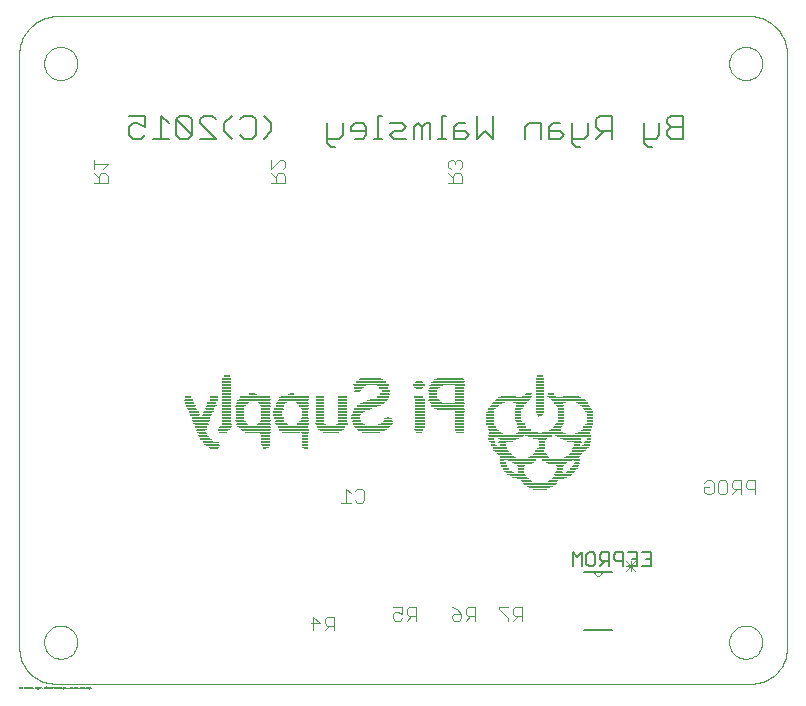
<source format=gbo>
G04 EAGLE Gerber RS-274X export*
G75*
%MOIN*%
%FSLAX34Y34*%
%LPD*%
%INBottom silk*%
%IPPOS*%
%AMOC8*
5,1,8,0,0,1.08239X$1,22.5*%
G01*
%ADD10C,0.000000*%
%ADD11C,0.007000*%
%ADD12C,0.004000*%
%ADD13R,0.046600X0.003330*%
%ADD14R,0.063300X0.003340*%
%ADD15R,0.070000X0.003330*%
%ADD16R,0.086600X0.003330*%
%ADD17R,0.096700X0.003340*%
%ADD18R,0.106600X0.003330*%
%ADD19R,0.113400X0.003330*%
%ADD20R,0.033300X0.003340*%
%ADD21R,0.040000X0.003340*%
%ADD22R,0.030000X0.003330*%
%ADD23R,0.033300X0.003330*%
%ADD24R,0.030000X0.003340*%
%ADD25R,0.033400X0.003340*%
%ADD26R,0.040000X0.003330*%
%ADD27R,0.046700X0.003330*%
%ADD28R,0.050000X0.003330*%
%ADD29R,0.050000X0.003340*%
%ADD30R,0.053300X0.003330*%
%ADD31R,0.056700X0.003330*%
%ADD32R,0.060000X0.003340*%
%ADD33R,0.026600X0.003330*%
%ADD34R,0.026700X0.003330*%
%ADD35R,0.023300X0.003330*%
%ADD36R,0.020000X0.003330*%
%ADD37R,0.023400X0.003330*%
%ADD38R,0.023300X0.003340*%
%ADD39R,0.020000X0.003340*%
%ADD40R,0.023400X0.003340*%
%ADD41R,0.016700X0.003330*%
%ADD42R,0.016700X0.003340*%
%ADD43R,0.043300X0.003340*%
%ADD44R,0.060000X0.003330*%
%ADD45R,0.016600X0.003330*%
%ADD46R,0.073300X0.003330*%
%ADD47R,0.016600X0.003340*%
%ADD48R,0.083300X0.003340*%
%ADD49R,0.080000X0.003340*%
%ADD50R,0.096700X0.003330*%
%ADD51R,0.093400X0.003330*%
%ADD52R,0.126600X0.003330*%
%ADD53R,0.123300X0.003330*%
%ADD54R,0.133300X0.003340*%
%ADD55R,0.130000X0.003340*%
%ADD56R,0.063300X0.003330*%
%ADD57R,0.056700X0.003340*%
%ADD58R,0.043400X0.003330*%
%ADD59R,0.043400X0.003340*%
%ADD60R,0.046700X0.003340*%
%ADD61R,0.043300X0.003330*%
%ADD62R,0.013400X0.003330*%
%ADD63R,0.010000X0.003330*%
%ADD64R,0.026700X0.003340*%
%ADD65R,0.053300X0.003340*%
%ADD66R,0.013300X0.003330*%
%ADD67R,0.036600X0.003330*%
%ADD68R,0.046600X0.003340*%
%ADD69R,0.036700X0.003340*%
%ADD70R,0.056600X0.003330*%
%ADD71R,0.036700X0.003330*%
%ADD72R,0.110000X0.003340*%
%ADD73R,0.070000X0.003340*%
%ADD74R,0.086700X0.003340*%
%ADD75R,0.113300X0.003330*%
%ADD76R,0.080000X0.003330*%
%ADD77R,0.033400X0.003330*%
%ADD78R,0.116700X0.003330*%
%ADD79R,0.090000X0.003330*%
%ADD80R,0.180000X0.003340*%
%ADD81R,0.166700X0.003330*%
%ADD82R,0.066600X0.003330*%
%ADD83R,0.093300X0.003340*%
%ADD84R,0.076600X0.003330*%
%ADD85R,0.096600X0.003330*%
%ADD86R,0.100000X0.003330*%
%ADD87R,0.083400X0.003330*%
%ADD88R,0.026600X0.003340*%
%ADD89R,0.106600X0.003340*%
%ADD90R,0.090000X0.003340*%
%ADD91R,0.100000X0.003340*%
%ADD92R,0.103300X0.003340*%
%ADD93R,0.093300X0.003330*%
%ADD94R,0.103300X0.003330*%
%ADD95R,0.110000X0.003330*%
%ADD96R,0.053400X0.003330*%
%ADD97R,0.003400X0.003330*%
%ADD98R,0.003300X0.003340*%
%ADD99R,0.066700X0.003340*%
%ADD100R,0.106700X0.003340*%
%ADD101R,0.056600X0.003340*%
%ADD102R,0.066700X0.003330*%
%ADD103R,0.076700X0.003330*%
%ADD104R,0.113300X0.003340*%
%ADD105R,0.036600X0.003340*%
%ADD106R,0.113400X0.003340*%
%ADD107R,0.106700X0.003330*%
%ADD108R,0.006700X0.003340*%
%ADD109R,0.083300X0.003330*%
%ADD110R,0.010000X0.003340*%
%ADD111C,0.001000*%
%ADD112C,0.006000*%
%ADD113C,0.003000*%
%ADD114C,0.005000*%


D10*
X1181Y0D02*
X24409Y0D01*
X25591Y1181D02*
X25591Y20866D01*
X24409Y22244D02*
X1181Y22244D01*
X0Y20866D02*
X0Y1181D01*
X2Y1115D01*
X7Y1049D01*
X17Y983D01*
X30Y918D01*
X46Y854D01*
X66Y791D01*
X90Y729D01*
X117Y669D01*
X147Y610D01*
X181Y553D01*
X218Y498D01*
X258Y445D01*
X300Y394D01*
X346Y346D01*
X394Y300D01*
X445Y258D01*
X498Y218D01*
X553Y181D01*
X610Y147D01*
X669Y117D01*
X729Y90D01*
X791Y66D01*
X854Y46D01*
X918Y30D01*
X983Y17D01*
X1049Y7D01*
X1115Y2D01*
X1181Y0D01*
X24409Y0D02*
X24475Y2D01*
X24541Y7D01*
X24607Y17D01*
X24672Y30D01*
X24736Y46D01*
X24799Y66D01*
X24861Y90D01*
X24921Y117D01*
X24980Y147D01*
X25037Y181D01*
X25092Y218D01*
X25145Y258D01*
X25196Y300D01*
X25244Y346D01*
X25290Y394D01*
X25332Y445D01*
X25372Y498D01*
X25409Y553D01*
X25443Y610D01*
X25473Y669D01*
X25500Y729D01*
X25524Y791D01*
X25544Y854D01*
X25560Y918D01*
X25573Y983D01*
X25583Y1049D01*
X25588Y1115D01*
X25590Y1181D01*
X25590Y20867D02*
X25594Y20936D01*
X25593Y21005D01*
X25589Y21075D01*
X25581Y21144D01*
X25570Y21212D01*
X25555Y21280D01*
X25536Y21347D01*
X25513Y21413D01*
X25487Y21477D01*
X25458Y21540D01*
X25425Y21601D01*
X25389Y21661D01*
X25350Y21718D01*
X25307Y21773D01*
X25262Y21826D01*
X25214Y21876D01*
X25163Y21924D01*
X25110Y21969D01*
X25055Y22010D01*
X24997Y22049D01*
X24937Y22085D01*
X24876Y22117D01*
X24813Y22146D01*
X24748Y22171D01*
X24682Y22193D01*
X24615Y22211D01*
X24547Y22226D01*
X24479Y22237D01*
X24409Y22244D01*
X1182Y22244D02*
X1112Y22237D01*
X1044Y22226D01*
X976Y22211D01*
X909Y22193D01*
X843Y22171D01*
X778Y22146D01*
X715Y22117D01*
X654Y22085D01*
X594Y22049D01*
X536Y22010D01*
X481Y21969D01*
X428Y21924D01*
X377Y21876D01*
X329Y21826D01*
X284Y21773D01*
X241Y21718D01*
X202Y21661D01*
X166Y21601D01*
X133Y21540D01*
X104Y21477D01*
X78Y21413D01*
X55Y21347D01*
X36Y21280D01*
X21Y21212D01*
X10Y21144D01*
X2Y21075D01*
X-2Y21005D01*
X-3Y20936D01*
X1Y20867D01*
D11*
X22131Y18936D02*
X22131Y18145D01*
X22131Y18936D02*
X21735Y18936D01*
X21604Y18804D01*
X21604Y18672D01*
X21735Y18541D01*
X21604Y18409D01*
X21604Y18277D01*
X21735Y18145D01*
X22131Y18145D01*
X22131Y18541D02*
X21735Y18541D01*
X21339Y18672D02*
X21339Y18277D01*
X21207Y18145D01*
X20812Y18145D01*
X20812Y18013D02*
X20812Y18672D01*
X20812Y18013D02*
X20944Y17882D01*
X21075Y17882D01*
X19755Y18145D02*
X19755Y18936D01*
X19360Y18936D01*
X19228Y18804D01*
X19228Y18541D01*
X19360Y18409D01*
X19755Y18409D01*
X19492Y18409D02*
X19228Y18145D01*
X18963Y18277D02*
X18963Y18672D01*
X18963Y18277D02*
X18832Y18145D01*
X18436Y18145D01*
X18436Y18013D02*
X18436Y18672D01*
X18436Y18013D02*
X18568Y17882D01*
X18700Y17882D01*
X18040Y18672D02*
X17776Y18672D01*
X17644Y18541D01*
X17644Y18145D01*
X18040Y18145D01*
X18171Y18277D01*
X18040Y18409D01*
X17644Y18409D01*
X17380Y18672D02*
X17380Y18145D01*
X17380Y18672D02*
X16984Y18672D01*
X16852Y18541D01*
X16852Y18145D01*
X15796Y18145D02*
X15796Y18936D01*
X15532Y18409D02*
X15796Y18145D01*
X15532Y18409D02*
X15269Y18145D01*
X15269Y18936D01*
X14872Y18672D02*
X14609Y18672D01*
X14477Y18541D01*
X14477Y18145D01*
X14872Y18145D01*
X15004Y18277D01*
X14872Y18409D01*
X14477Y18409D01*
X14212Y18936D02*
X14080Y18936D01*
X14080Y18145D01*
X14212Y18145D02*
X13948Y18145D01*
X13684Y18145D02*
X13684Y18672D01*
X13552Y18672D01*
X13421Y18541D01*
X13421Y18145D01*
X13421Y18541D02*
X13289Y18672D01*
X13157Y18541D01*
X13157Y18145D01*
X12892Y18145D02*
X12497Y18145D01*
X12365Y18277D01*
X12497Y18409D01*
X12760Y18409D01*
X12892Y18541D01*
X12760Y18672D01*
X12365Y18672D01*
X12100Y18936D02*
X11969Y18936D01*
X11969Y18145D01*
X12100Y18145D02*
X11837Y18145D01*
X11441Y18145D02*
X11177Y18145D01*
X11441Y18145D02*
X11572Y18277D01*
X11572Y18541D01*
X11441Y18672D01*
X11177Y18672D01*
X11045Y18541D01*
X11045Y18409D01*
X11572Y18409D01*
X10781Y18277D02*
X10781Y18672D01*
X10781Y18277D02*
X10649Y18145D01*
X10253Y18145D01*
X10253Y18013D02*
X10253Y18672D01*
X10253Y18013D02*
X10385Y17882D01*
X10517Y17882D01*
X8405Y18409D02*
X8141Y18145D01*
X8405Y18409D02*
X8405Y18672D01*
X8141Y18936D01*
X7482Y18936D02*
X7350Y18804D01*
X7482Y18936D02*
X7745Y18936D01*
X7877Y18804D01*
X7877Y18277D01*
X7745Y18145D01*
X7482Y18145D01*
X7350Y18277D01*
X7085Y18145D02*
X6822Y18409D01*
X6822Y18672D01*
X7085Y18936D01*
X6557Y18145D02*
X6030Y18145D01*
X6557Y18145D02*
X6030Y18672D01*
X6030Y18804D01*
X6162Y18936D01*
X6425Y18936D01*
X6557Y18804D01*
X5765Y18804D02*
X5765Y18277D01*
X5765Y18804D02*
X5634Y18936D01*
X5370Y18936D01*
X5238Y18804D01*
X5238Y18277D01*
X5370Y18145D01*
X5634Y18145D01*
X5765Y18277D01*
X5238Y18804D01*
X4974Y18672D02*
X4710Y18936D01*
X4710Y18145D01*
X4974Y18145D02*
X4446Y18145D01*
X4182Y18936D02*
X3655Y18936D01*
X4182Y18936D02*
X4182Y18541D01*
X3918Y18672D01*
X3786Y18672D01*
X3655Y18541D01*
X3655Y18277D01*
X3786Y18145D01*
X4050Y18145D01*
X4182Y18277D01*
D12*
X24523Y6780D02*
X24523Y6319D01*
X24523Y6780D02*
X24293Y6780D01*
X24216Y6703D01*
X24216Y6549D01*
X24293Y6473D01*
X24523Y6473D01*
X24062Y6319D02*
X24062Y6780D01*
X23832Y6780D01*
X23756Y6703D01*
X23756Y6549D01*
X23832Y6473D01*
X24062Y6473D01*
X23909Y6473D02*
X23756Y6319D01*
X23525Y6780D02*
X23372Y6780D01*
X23525Y6780D02*
X23602Y6703D01*
X23602Y6396D01*
X23525Y6319D01*
X23372Y6319D01*
X23295Y6396D01*
X23295Y6703D01*
X23372Y6780D01*
X22911Y6780D02*
X22835Y6703D01*
X22911Y6780D02*
X23065Y6780D01*
X23142Y6703D01*
X23142Y6396D01*
X23065Y6319D01*
X22911Y6319D01*
X22835Y6396D01*
X22835Y6549D01*
X22988Y6549D01*
D10*
X827Y20669D02*
X829Y20716D01*
X835Y20762D01*
X845Y20808D01*
X858Y20853D01*
X876Y20896D01*
X897Y20938D01*
X921Y20978D01*
X949Y21015D01*
X980Y21050D01*
X1014Y21083D01*
X1050Y21112D01*
X1089Y21138D01*
X1130Y21161D01*
X1173Y21180D01*
X1217Y21196D01*
X1262Y21208D01*
X1308Y21216D01*
X1355Y21220D01*
X1401Y21220D01*
X1448Y21216D01*
X1494Y21208D01*
X1539Y21196D01*
X1583Y21180D01*
X1626Y21161D01*
X1667Y21138D01*
X1706Y21112D01*
X1742Y21083D01*
X1776Y21050D01*
X1807Y21015D01*
X1835Y20978D01*
X1859Y20938D01*
X1880Y20896D01*
X1898Y20853D01*
X1911Y20808D01*
X1921Y20762D01*
X1927Y20716D01*
X1929Y20669D01*
X1927Y20622D01*
X1921Y20576D01*
X1911Y20530D01*
X1898Y20485D01*
X1880Y20442D01*
X1859Y20400D01*
X1835Y20360D01*
X1807Y20323D01*
X1776Y20288D01*
X1742Y20255D01*
X1706Y20226D01*
X1667Y20200D01*
X1626Y20177D01*
X1583Y20158D01*
X1539Y20142D01*
X1494Y20130D01*
X1448Y20122D01*
X1401Y20118D01*
X1355Y20118D01*
X1308Y20122D01*
X1262Y20130D01*
X1217Y20142D01*
X1173Y20158D01*
X1130Y20177D01*
X1089Y20200D01*
X1050Y20226D01*
X1014Y20255D01*
X980Y20288D01*
X949Y20323D01*
X921Y20360D01*
X897Y20400D01*
X876Y20442D01*
X858Y20485D01*
X845Y20530D01*
X835Y20576D01*
X829Y20622D01*
X827Y20669D01*
X23662Y20669D02*
X23664Y20716D01*
X23670Y20762D01*
X23680Y20808D01*
X23693Y20853D01*
X23711Y20896D01*
X23732Y20938D01*
X23756Y20978D01*
X23784Y21015D01*
X23815Y21050D01*
X23849Y21083D01*
X23885Y21112D01*
X23924Y21138D01*
X23965Y21161D01*
X24008Y21180D01*
X24052Y21196D01*
X24097Y21208D01*
X24143Y21216D01*
X24190Y21220D01*
X24236Y21220D01*
X24283Y21216D01*
X24329Y21208D01*
X24374Y21196D01*
X24418Y21180D01*
X24461Y21161D01*
X24502Y21138D01*
X24541Y21112D01*
X24577Y21083D01*
X24611Y21050D01*
X24642Y21015D01*
X24670Y20978D01*
X24694Y20938D01*
X24715Y20896D01*
X24733Y20853D01*
X24746Y20808D01*
X24756Y20762D01*
X24762Y20716D01*
X24764Y20669D01*
X24762Y20622D01*
X24756Y20576D01*
X24746Y20530D01*
X24733Y20485D01*
X24715Y20442D01*
X24694Y20400D01*
X24670Y20360D01*
X24642Y20323D01*
X24611Y20288D01*
X24577Y20255D01*
X24541Y20226D01*
X24502Y20200D01*
X24461Y20177D01*
X24418Y20158D01*
X24374Y20142D01*
X24329Y20130D01*
X24283Y20122D01*
X24236Y20118D01*
X24190Y20118D01*
X24143Y20122D01*
X24097Y20130D01*
X24052Y20142D01*
X24008Y20158D01*
X23965Y20177D01*
X23924Y20200D01*
X23885Y20226D01*
X23849Y20255D01*
X23815Y20288D01*
X23784Y20323D01*
X23756Y20360D01*
X23732Y20400D01*
X23711Y20442D01*
X23693Y20485D01*
X23680Y20530D01*
X23670Y20576D01*
X23664Y20622D01*
X23662Y20669D01*
X827Y1378D02*
X829Y1425D01*
X835Y1471D01*
X845Y1517D01*
X858Y1562D01*
X876Y1605D01*
X897Y1647D01*
X921Y1687D01*
X949Y1724D01*
X980Y1759D01*
X1014Y1792D01*
X1050Y1821D01*
X1089Y1847D01*
X1130Y1870D01*
X1173Y1889D01*
X1217Y1905D01*
X1262Y1917D01*
X1308Y1925D01*
X1355Y1929D01*
X1401Y1929D01*
X1448Y1925D01*
X1494Y1917D01*
X1539Y1905D01*
X1583Y1889D01*
X1626Y1870D01*
X1667Y1847D01*
X1706Y1821D01*
X1742Y1792D01*
X1776Y1759D01*
X1807Y1724D01*
X1835Y1687D01*
X1859Y1647D01*
X1880Y1605D01*
X1898Y1562D01*
X1911Y1517D01*
X1921Y1471D01*
X1927Y1425D01*
X1929Y1378D01*
X1927Y1331D01*
X1921Y1285D01*
X1911Y1239D01*
X1898Y1194D01*
X1880Y1151D01*
X1859Y1109D01*
X1835Y1069D01*
X1807Y1032D01*
X1776Y997D01*
X1742Y964D01*
X1706Y935D01*
X1667Y909D01*
X1626Y886D01*
X1583Y867D01*
X1539Y851D01*
X1494Y839D01*
X1448Y831D01*
X1401Y827D01*
X1355Y827D01*
X1308Y831D01*
X1262Y839D01*
X1217Y851D01*
X1173Y867D01*
X1130Y886D01*
X1089Y909D01*
X1050Y935D01*
X1014Y964D01*
X980Y997D01*
X949Y1032D01*
X921Y1069D01*
X897Y1109D01*
X876Y1151D01*
X858Y1194D01*
X845Y1239D01*
X835Y1285D01*
X829Y1331D01*
X827Y1378D01*
X23662Y1378D02*
X23664Y1425D01*
X23670Y1471D01*
X23680Y1517D01*
X23693Y1562D01*
X23711Y1605D01*
X23732Y1647D01*
X23756Y1687D01*
X23784Y1724D01*
X23815Y1759D01*
X23849Y1792D01*
X23885Y1821D01*
X23924Y1847D01*
X23965Y1870D01*
X24008Y1889D01*
X24052Y1905D01*
X24097Y1917D01*
X24143Y1925D01*
X24190Y1929D01*
X24236Y1929D01*
X24283Y1925D01*
X24329Y1917D01*
X24374Y1905D01*
X24418Y1889D01*
X24461Y1870D01*
X24502Y1847D01*
X24541Y1821D01*
X24577Y1792D01*
X24611Y1759D01*
X24642Y1724D01*
X24670Y1687D01*
X24694Y1647D01*
X24715Y1605D01*
X24733Y1562D01*
X24746Y1517D01*
X24756Y1471D01*
X24762Y1425D01*
X24764Y1378D01*
X24762Y1331D01*
X24756Y1285D01*
X24746Y1239D01*
X24733Y1194D01*
X24715Y1151D01*
X24694Y1109D01*
X24670Y1069D01*
X24642Y1032D01*
X24611Y997D01*
X24577Y964D01*
X24541Y935D01*
X24502Y909D01*
X24461Y886D01*
X24418Y867D01*
X24374Y851D01*
X24329Y839D01*
X24283Y831D01*
X24236Y827D01*
X24190Y827D01*
X24143Y831D01*
X24097Y839D01*
X24052Y851D01*
X24008Y867D01*
X23965Y886D01*
X23924Y909D01*
X23885Y935D01*
X23849Y964D01*
X23815Y997D01*
X23784Y1032D01*
X23756Y1069D01*
X23732Y1109D01*
X23711Y1151D01*
X23693Y1194D01*
X23680Y1239D01*
X23670Y1285D01*
X23664Y1331D01*
X23662Y1378D01*
D13*
X17348Y6466D03*
D14*
X17365Y6499D03*
D15*
X17365Y6533D03*
D16*
X17348Y6566D03*
D17*
X17332Y6599D03*
D18*
X17348Y6633D03*
D19*
X17348Y6666D03*
D20*
X17782Y6699D03*
D21*
X16948Y6699D03*
D22*
X17798Y6733D03*
D23*
X16915Y6733D03*
D22*
X17831Y6766D03*
D23*
X16882Y6766D03*
D24*
X17865Y6799D03*
D25*
X16848Y6799D03*
D26*
X17948Y6833D03*
X16781Y6833D03*
D27*
X18015Y6866D03*
D28*
X16698Y6866D03*
D29*
X18065Y6899D03*
X16665Y6899D03*
D30*
X18115Y6933D03*
X16615Y6933D03*
D31*
X18132Y6966D03*
X16565Y6966D03*
D32*
X18148Y6999D03*
X16548Y6999D03*
D33*
X18348Y7033D03*
D34*
X17982Y7033D03*
D35*
X16732Y7033D03*
D33*
X16348Y7033D03*
D34*
X18382Y7066D03*
D36*
X17981Y7066D03*
D35*
X16732Y7066D03*
D37*
X16298Y7066D03*
D38*
X18432Y7099D03*
D39*
X18015Y7099D03*
D38*
X16732Y7099D03*
X16265Y7099D03*
D35*
X18465Y7133D03*
D36*
X18015Y7133D03*
X16715Y7133D03*
D35*
X16232Y7133D03*
D34*
X18482Y7166D03*
D35*
X18032Y7166D03*
D36*
X16715Y7166D03*
X16215Y7166D03*
D40*
X18498Y7199D03*
D38*
X18032Y7199D03*
D39*
X16715Y7199D03*
X16181Y7199D03*
D35*
X18532Y7233D03*
X18032Y7233D03*
D36*
X16715Y7233D03*
D41*
X16165Y7233D03*
D36*
X18548Y7266D03*
D34*
X18015Y7266D03*
X16715Y7266D03*
D41*
X16165Y7266D03*
D42*
X18565Y7299D03*
D43*
X17932Y7299D03*
D21*
X16748Y7299D03*
D42*
X16132Y7299D03*
D36*
X18581Y7333D03*
D44*
X17915Y7333D03*
X16781Y7333D03*
D36*
X16115Y7333D03*
D45*
X18598Y7366D03*
D15*
X17931Y7366D03*
D46*
X16782Y7366D03*
D36*
X16115Y7366D03*
D47*
X18598Y7399D03*
D48*
X17932Y7399D03*
D49*
X16781Y7399D03*
D47*
X16098Y7399D03*
D36*
X18581Y7433D03*
D50*
X17932Y7433D03*
D51*
X16748Y7433D03*
D45*
X16098Y7433D03*
D52*
X18048Y7466D03*
D53*
X16632Y7466D03*
D54*
X18015Y7499D03*
D55*
X16665Y7499D03*
D28*
X18431Y7533D03*
D15*
X17331Y7533D03*
D30*
X16282Y7533D03*
D13*
X18448Y7566D03*
D56*
X17332Y7566D03*
D13*
X16248Y7566D03*
D43*
X18465Y7599D03*
D57*
X17332Y7599D03*
D43*
X16232Y7599D03*
D26*
X18515Y7633D03*
D13*
X17348Y7633D03*
D58*
X16198Y7633D03*
D26*
X18548Y7666D03*
X17348Y7666D03*
D13*
X16148Y7666D03*
D59*
X18598Y7699D03*
D25*
X17348Y7699D03*
D60*
X16115Y7699D03*
D61*
X18632Y7733D03*
D22*
X17365Y7733D03*
D27*
X16082Y7733D03*
D13*
X18648Y7766D03*
D22*
X17365Y7766D03*
D28*
X16065Y7766D03*
D60*
X18682Y7799D03*
D38*
X17365Y7799D03*
D29*
X16031Y7799D03*
D28*
X18698Y7833D03*
D37*
X17398Y7833D03*
D27*
X16015Y7833D03*
D62*
X9548Y7833D03*
D63*
X8198Y7833D03*
D34*
X6482Y7833D03*
D30*
X18715Y7866D03*
D36*
X17415Y7866D03*
D27*
X16015Y7866D03*
D41*
X9532Y7866D03*
D36*
X8215Y7866D03*
D23*
X6482Y7866D03*
D38*
X18865Y7899D03*
D64*
X18582Y7899D03*
D38*
X17432Y7899D03*
X16132Y7899D03*
D39*
X15848Y7899D03*
D38*
X9532Y7899D03*
D64*
X8215Y7899D03*
D21*
X6481Y7899D03*
D37*
X18898Y7933D03*
D36*
X18581Y7933D03*
D35*
X17432Y7933D03*
X16132Y7933D03*
D36*
X15815Y7933D03*
D35*
X9532Y7933D03*
D34*
X8215Y7933D03*
D13*
X6448Y7933D03*
D36*
X18915Y7966D03*
X18581Y7966D03*
D35*
X17432Y7966D03*
D36*
X16115Y7966D03*
D45*
X15798Y7966D03*
D35*
X9532Y7966D03*
D22*
X8231Y7966D03*
D28*
X6431Y7966D03*
D39*
X18915Y7999D03*
X18615Y7999D03*
D38*
X17432Y7999D03*
D39*
X16115Y7999D03*
D47*
X15798Y7999D03*
D38*
X9532Y7999D03*
D24*
X8231Y7999D03*
D65*
X6415Y7999D03*
D41*
X18932Y8033D03*
D34*
X18615Y8033D03*
D35*
X17432Y8033D03*
D37*
X16098Y8033D03*
D66*
X15782Y8033D03*
D35*
X9532Y8033D03*
D22*
X8231Y8033D03*
D30*
X6382Y8033D03*
D36*
X18948Y8066D03*
D58*
X18498Y8066D03*
D35*
X17432Y8066D03*
D27*
X16215Y8066D03*
D41*
X15765Y8066D03*
D35*
X9532Y8066D03*
D22*
X8231Y8066D03*
D67*
X6298Y8066D03*
D42*
X18965Y8099D03*
D29*
X18465Y8099D03*
D38*
X17432Y8099D03*
D68*
X16248Y8099D03*
D42*
X15765Y8099D03*
D38*
X9532Y8099D03*
D24*
X8231Y8099D03*
D69*
X6265Y8099D03*
D66*
X18982Y8133D03*
D44*
X18415Y8133D03*
D34*
X17415Y8133D03*
D70*
X16298Y8133D03*
D41*
X15732Y8133D03*
D35*
X9532Y8133D03*
D22*
X8231Y8133D03*
D71*
X6232Y8133D03*
D66*
X18982Y8166D03*
D15*
X18398Y8166D03*
D13*
X17348Y8166D03*
D15*
X16331Y8166D03*
D41*
X15732Y8166D03*
D35*
X9532Y8166D03*
D22*
X8231Y8166D03*
D67*
X6198Y8166D03*
D72*
X18498Y8199D03*
D73*
X17365Y8199D03*
D74*
X16315Y8199D03*
D42*
X15732Y8199D03*
D38*
X9532Y8199D03*
D24*
X8231Y8199D03*
D20*
X6182Y8199D03*
D75*
X18482Y8233D03*
D76*
X17348Y8233D03*
D75*
X16215Y8233D03*
D35*
X9532Y8233D03*
D22*
X8231Y8233D03*
D77*
X6148Y8233D03*
D78*
X18465Y8266D03*
D79*
X17331Y8266D03*
D78*
X16232Y8266D03*
D35*
X9532Y8266D03*
D22*
X8231Y8266D03*
X6131Y8266D03*
D65*
X18782Y8299D03*
D80*
X17381Y8299D03*
D29*
X15898Y8299D03*
D38*
X9532Y8299D03*
D24*
X8231Y8299D03*
D64*
X6115Y8299D03*
D28*
X18798Y8333D03*
D81*
X17382Y8333D03*
D27*
X15882Y8333D03*
D35*
X9532Y8333D03*
D67*
X8198Y8333D03*
D34*
X6115Y8333D03*
D61*
X18832Y8366D03*
D15*
X17798Y8366D03*
D82*
X16948Y8366D03*
D61*
X15865Y8366D03*
D37*
X14698Y8366D03*
D35*
X13332Y8366D03*
D56*
X11732Y8366D03*
D70*
X10398Y8366D03*
D34*
X9515Y8366D03*
D31*
X9065Y8366D03*
D16*
X7948Y8366D03*
D34*
X6782Y8366D03*
D22*
X6098Y8366D03*
D21*
X18848Y8399D03*
D68*
X17848Y8399D03*
D60*
X16882Y8399D03*
D69*
X15832Y8399D03*
D24*
X14698Y8399D03*
D38*
X13332Y8399D03*
D49*
X11748Y8399D03*
D73*
X10398Y8399D03*
D83*
X9182Y8399D03*
X7915Y8399D03*
D20*
X6782Y8399D03*
D24*
X6065Y8399D03*
D23*
X18882Y8433D03*
D26*
X17848Y8433D03*
D61*
X16865Y8433D03*
D23*
X15815Y8433D03*
D22*
X14698Y8433D03*
D34*
X13315Y8433D03*
D79*
X11765Y8433D03*
D84*
X10398Y8433D03*
D50*
X9165Y8433D03*
D85*
X7898Y8433D03*
D67*
X6798Y8433D03*
D22*
X6065Y8433D03*
D34*
X18915Y8466D03*
D23*
X17882Y8466D03*
D26*
X16848Y8466D03*
D22*
X15798Y8466D03*
X14698Y8466D03*
X13331Y8466D03*
D86*
X11748Y8466D03*
D87*
X10398Y8466D03*
D86*
X9148Y8466D03*
X7881Y8466D03*
D26*
X6815Y8466D03*
D23*
X6082Y8466D03*
D88*
X18948Y8499D03*
D24*
X17898Y8499D03*
X16798Y8499D03*
D64*
X15782Y8499D03*
D24*
X14698Y8499D03*
D25*
X13348Y8499D03*
D89*
X11748Y8499D03*
D90*
X10398Y8499D03*
D91*
X9148Y8499D03*
D92*
X7865Y8499D03*
D43*
X6832Y8499D03*
D20*
X6082Y8499D03*
D22*
X18965Y8533D03*
D34*
X17915Y8533D03*
D22*
X16765Y8533D03*
D33*
X15748Y8533D03*
D22*
X14698Y8533D03*
D77*
X13348Y8533D03*
D19*
X11748Y8533D03*
D93*
X10382Y8533D03*
D94*
X9132Y8533D03*
D18*
X7848Y8533D03*
D26*
X6848Y8533D03*
D71*
X6065Y8533D03*
D22*
X18965Y8566D03*
D33*
X17948Y8566D03*
X16748Y8566D03*
X15748Y8566D03*
D22*
X14698Y8566D03*
D77*
X13348Y8566D03*
D78*
X11765Y8566D03*
D85*
X10398Y8566D03*
D94*
X9132Y8566D03*
D95*
X7831Y8566D03*
D26*
X6881Y8566D03*
D71*
X6065Y8566D03*
D64*
X18982Y8599D03*
D38*
X17965Y8599D03*
D64*
X16715Y8599D03*
D38*
X15732Y8599D03*
D24*
X14698Y8599D03*
D25*
X13348Y8599D03*
D29*
X12131Y8599D03*
D60*
X11382Y8599D03*
D69*
X10732Y8599D03*
X10065Y8599D03*
D43*
X9432Y8599D03*
D21*
X8781Y8599D03*
D29*
X8131Y8599D03*
D43*
X7465Y8599D03*
D20*
X6915Y8599D03*
D43*
X6065Y8599D03*
D37*
X18998Y8633D03*
D34*
X17982Y8633D03*
X16715Y8633D03*
D37*
X15698Y8633D03*
D22*
X14698Y8633D03*
D77*
X13348Y8633D03*
D58*
X12198Y8633D03*
D71*
X11332Y8633D03*
X10765Y8633D03*
D77*
X10048Y8633D03*
D26*
X9448Y8633D03*
D71*
X8765Y8633D03*
D13*
X8148Y8633D03*
D71*
X7432Y8633D03*
D23*
X6915Y8633D03*
D27*
X6082Y8633D03*
D35*
X19032Y8666D03*
D34*
X18015Y8666D03*
X16715Y8666D03*
D37*
X15698Y8666D03*
D22*
X14698Y8666D03*
D77*
X13348Y8666D03*
D26*
X12248Y8666D03*
D67*
X11298Y8666D03*
D23*
X10782Y8666D03*
D22*
X10031Y8666D03*
D71*
X9465Y8666D03*
X8732Y8666D03*
D61*
X8165Y8666D03*
D23*
X7415Y8666D03*
D22*
X6931Y8666D03*
D28*
X6065Y8666D03*
D38*
X19032Y8699D03*
X18032Y8699D03*
D40*
X16698Y8699D03*
D64*
X15682Y8699D03*
D24*
X14698Y8699D03*
D25*
X13348Y8699D03*
D69*
X12265Y8699D03*
D20*
X11282Y8699D03*
D24*
X10798Y8699D03*
D64*
X10015Y8699D03*
D20*
X9482Y8699D03*
X8715Y8699D03*
D21*
X8181Y8699D03*
D20*
X7382Y8699D03*
D24*
X6931Y8699D03*
D29*
X6065Y8699D03*
D35*
X19032Y8733D03*
D36*
X18048Y8733D03*
D35*
X16665Y8733D03*
D34*
X15682Y8733D03*
D22*
X14698Y8733D03*
D77*
X13348Y8733D03*
D23*
X12282Y8733D03*
D22*
X11265Y8733D03*
X10798Y8733D03*
D34*
X10015Y8733D03*
D22*
X9498Y8733D03*
X8698Y8733D03*
D67*
X8198Y8733D03*
D23*
X7382Y8733D03*
D22*
X6931Y8733D03*
D96*
X6048Y8733D03*
D35*
X19032Y8766D03*
D36*
X18048Y8766D03*
D35*
X16632Y8766D03*
D34*
X15682Y8766D03*
D22*
X14698Y8766D03*
D77*
X13348Y8766D03*
D34*
X12282Y8766D03*
D33*
X11248Y8766D03*
D22*
X10798Y8766D03*
D34*
X10015Y8766D03*
X9515Y8766D03*
X8682Y8766D03*
D23*
X8215Y8766D03*
D22*
X7365Y8766D03*
X6931Y8766D03*
D31*
X6065Y8766D03*
D38*
X19032Y8799D03*
X18065Y8799D03*
X16632Y8799D03*
D64*
X15682Y8799D03*
D24*
X14698Y8799D03*
D25*
X13348Y8799D03*
D64*
X12282Y8799D03*
D88*
X11248Y8799D03*
D24*
X10798Y8799D03*
D64*
X10015Y8799D03*
X9515Y8799D03*
D24*
X8665Y8799D03*
X8231Y8799D03*
D88*
X7348Y8799D03*
D24*
X6931Y8799D03*
D57*
X6065Y8799D03*
D35*
X19032Y8833D03*
X18065Y8833D03*
X16632Y8833D03*
D34*
X15682Y8833D03*
D22*
X14698Y8833D03*
D77*
X13348Y8833D03*
D37*
X12298Y8833D03*
D22*
X11231Y8833D03*
X10798Y8833D03*
D34*
X10015Y8833D03*
X9515Y8833D03*
D77*
X8648Y8833D03*
D22*
X8231Y8833D03*
D33*
X7348Y8833D03*
D22*
X6931Y8833D03*
D56*
X6065Y8833D03*
D35*
X19032Y8866D03*
X18065Y8866D03*
D36*
X16615Y8866D03*
D34*
X15682Y8866D03*
D22*
X14698Y8866D03*
D77*
X13348Y8866D03*
D97*
X12298Y8866D03*
D22*
X11231Y8866D03*
X10798Y8866D03*
D34*
X10015Y8866D03*
D35*
X9532Y8866D03*
D77*
X8648Y8866D03*
D22*
X8231Y8866D03*
D33*
X7348Y8866D03*
D22*
X6931Y8866D03*
D56*
X6065Y8866D03*
D38*
X19032Y8899D03*
X18065Y8899D03*
D98*
X17332Y8899D03*
D39*
X16615Y8899D03*
D64*
X15682Y8899D03*
D24*
X14698Y8899D03*
D25*
X13348Y8899D03*
D24*
X11231Y8899D03*
X10798Y8899D03*
D64*
X10015Y8899D03*
D38*
X9532Y8899D03*
D25*
X8648Y8899D03*
D24*
X8231Y8899D03*
D88*
X7348Y8899D03*
D24*
X6931Y8899D03*
D99*
X6082Y8899D03*
D35*
X19032Y8933D03*
X18065Y8933D03*
D62*
X17348Y8933D03*
D36*
X16615Y8933D03*
D34*
X15682Y8933D03*
D22*
X14698Y8933D03*
D77*
X13348Y8933D03*
D22*
X11231Y8933D03*
X10798Y8933D03*
D34*
X10015Y8933D03*
D35*
X9532Y8933D03*
D22*
X8631Y8933D03*
X8231Y8933D03*
D33*
X7348Y8933D03*
D22*
X6931Y8933D03*
X6265Y8933D03*
X5865Y8933D03*
D35*
X19032Y8966D03*
X18065Y8966D03*
D36*
X17348Y8966D03*
X16615Y8966D03*
D34*
X15682Y8966D03*
D22*
X14698Y8966D03*
D77*
X13348Y8966D03*
D22*
X11265Y8966D03*
X10798Y8966D03*
D34*
X10015Y8966D03*
D35*
X9532Y8966D03*
D22*
X8631Y8966D03*
X8231Y8966D03*
D33*
X7348Y8966D03*
D22*
X6931Y8966D03*
X6298Y8966D03*
D77*
X5848Y8966D03*
D38*
X19032Y8999D03*
X18065Y8999D03*
D39*
X17348Y8999D03*
X16615Y8999D03*
D64*
X15682Y8999D03*
D24*
X14698Y8999D03*
D25*
X13348Y8999D03*
D20*
X11282Y8999D03*
D24*
X10798Y8999D03*
D64*
X10015Y8999D03*
D38*
X9532Y8999D03*
D24*
X8631Y8999D03*
X8231Y8999D03*
D88*
X7348Y8999D03*
D24*
X6931Y8999D03*
X6298Y8999D03*
X5831Y8999D03*
D35*
X19032Y9033D03*
X18065Y9033D03*
D33*
X17348Y9033D03*
D36*
X16615Y9033D03*
D37*
X15698Y9033D03*
D22*
X14698Y9033D03*
D77*
X13348Y9033D03*
D67*
X11298Y9033D03*
D22*
X10798Y9033D03*
D34*
X10015Y9033D03*
D35*
X9532Y9033D03*
D22*
X8631Y9033D03*
X8231Y9033D03*
D33*
X7348Y9033D03*
D22*
X6931Y9033D03*
X6298Y9033D03*
D23*
X5815Y9033D03*
D37*
X18998Y9066D03*
D35*
X18065Y9066D03*
D33*
X17348Y9066D03*
D35*
X16632Y9066D03*
D36*
X15715Y9066D03*
D23*
X14682Y9066D03*
D77*
X13348Y9066D03*
D26*
X11315Y9066D03*
D22*
X10798Y9066D03*
D34*
X10015Y9066D03*
D35*
X9532Y9066D03*
D22*
X8631Y9066D03*
X8231Y9066D03*
D33*
X7348Y9066D03*
D22*
X6931Y9066D03*
D23*
X6315Y9066D03*
X5815Y9066D03*
D64*
X18982Y9099D03*
D38*
X18065Y9099D03*
D88*
X17348Y9099D03*
D38*
X16632Y9099D03*
X15732Y9099D03*
D48*
X14432Y9099D03*
D25*
X13348Y9099D03*
D21*
X11348Y9099D03*
D24*
X10798Y9099D03*
D64*
X10015Y9099D03*
D38*
X9532Y9099D03*
D24*
X8631Y9099D03*
X8231Y9099D03*
D88*
X7348Y9099D03*
D24*
X6931Y9099D03*
X6331Y9099D03*
X5798Y9099D03*
D33*
X18948Y9133D03*
D35*
X18065Y9133D03*
D33*
X17348Y9133D03*
D35*
X16632Y9133D03*
X15732Y9133D03*
D93*
X14382Y9133D03*
D77*
X13348Y9133D03*
D30*
X11415Y9133D03*
D22*
X10798Y9133D03*
D34*
X10015Y9133D03*
D35*
X9532Y9133D03*
D77*
X8648Y9133D03*
D22*
X8231Y9133D03*
D33*
X7348Y9133D03*
D22*
X6931Y9133D03*
D33*
X6348Y9133D03*
D22*
X5798Y9133D03*
D34*
X18915Y9166D03*
D35*
X18065Y9166D03*
D33*
X17348Y9166D03*
X16648Y9166D03*
X15748Y9166D03*
D94*
X14332Y9166D03*
D77*
X13348Y9166D03*
D31*
X11465Y9166D03*
D22*
X10798Y9166D03*
D34*
X10015Y9166D03*
X9515Y9166D03*
D22*
X8665Y9166D03*
X8231Y9166D03*
D33*
X7348Y9166D03*
D22*
X6931Y9166D03*
X6365Y9166D03*
X5765Y9166D03*
D64*
X18915Y9199D03*
D38*
X18032Y9199D03*
D88*
X17348Y9199D03*
X16648Y9199D03*
D64*
X15782Y9199D03*
D100*
X14315Y9199D03*
D25*
X13348Y9199D03*
D101*
X11498Y9199D03*
D24*
X10798Y9199D03*
D64*
X10015Y9199D03*
X9515Y9199D03*
X8682Y9199D03*
D20*
X8215Y9199D03*
D88*
X7348Y9199D03*
D24*
X6931Y9199D03*
D20*
X6382Y9199D03*
D88*
X5748Y9199D03*
D34*
X18882Y9233D03*
D35*
X18032Y9233D03*
D33*
X17348Y9233D03*
D34*
X16682Y9233D03*
X15815Y9233D03*
D95*
X14298Y9233D03*
D77*
X13348Y9233D03*
D102*
X11582Y9233D03*
D22*
X10798Y9233D03*
D34*
X10015Y9233D03*
D22*
X9498Y9233D03*
D34*
X8682Y9233D03*
D23*
X8215Y9233D03*
D22*
X7365Y9233D03*
X6931Y9233D03*
X6398Y9233D03*
X5731Y9233D03*
X18865Y9266D03*
D34*
X18015Y9266D03*
D33*
X17348Y9266D03*
D37*
X16698Y9266D03*
D33*
X15848Y9266D03*
D95*
X14298Y9266D03*
D77*
X13348Y9266D03*
D103*
X11665Y9266D03*
D22*
X10798Y9266D03*
D34*
X10015Y9266D03*
D23*
X9482Y9266D03*
D34*
X8682Y9266D03*
D67*
X8198Y9266D03*
D23*
X7382Y9266D03*
D22*
X6931Y9266D03*
D23*
X6415Y9266D03*
X5715Y9266D03*
D69*
X18832Y9299D03*
D64*
X18015Y9299D03*
D88*
X17348Y9299D03*
D64*
X16715Y9299D03*
D20*
X15882Y9299D03*
D104*
X14282Y9299D03*
D25*
X13348Y9299D03*
D49*
X11715Y9299D03*
D24*
X10798Y9299D03*
D64*
X10015Y9299D03*
D69*
X9465Y9299D03*
D24*
X8698Y9299D03*
D105*
X8198Y9299D03*
D20*
X7415Y9299D03*
D24*
X6931Y9299D03*
D20*
X6415Y9299D03*
X5715Y9299D03*
D67*
X18798Y9333D03*
D22*
X17998Y9333D03*
D33*
X17348Y9333D03*
D23*
X16715Y9333D03*
X15915Y9333D03*
D75*
X14282Y9333D03*
D77*
X13348Y9333D03*
D103*
X11765Y9333D03*
D22*
X10798Y9333D03*
D34*
X10015Y9333D03*
D26*
X9448Y9333D03*
D22*
X8731Y9333D03*
D26*
X8181Y9333D03*
D71*
X7432Y9333D03*
D22*
X6931Y9333D03*
X6431Y9333D03*
X5698Y9333D03*
D26*
X18748Y9366D03*
D61*
X18032Y9366D03*
D33*
X17348Y9366D03*
D58*
X16698Y9366D03*
D26*
X15981Y9366D03*
D22*
X14698Y9366D03*
D26*
X13881Y9366D03*
D77*
X13348Y9366D03*
D46*
X11815Y9366D03*
D22*
X10798Y9366D03*
D34*
X10015Y9366D03*
D61*
X9432Y9366D03*
D77*
X8748Y9366D03*
D61*
X8165Y9366D03*
D26*
X7448Y9366D03*
D22*
X6931Y9366D03*
X6431Y9366D03*
X5698Y9366D03*
D106*
X18348Y9399D03*
D88*
X17348Y9399D03*
D104*
X16382Y9399D03*
D24*
X14698Y9399D03*
D69*
X13865Y9399D03*
D25*
X13348Y9399D03*
D73*
X11865Y9399D03*
D24*
X10798Y9399D03*
D64*
X10015Y9399D03*
D92*
X9132Y9399D03*
D72*
X7831Y9399D03*
D24*
X6931Y9399D03*
X6465Y9399D03*
X5665Y9399D03*
D75*
X18315Y9433D03*
D33*
X17348Y9433D03*
D75*
X16415Y9433D03*
D22*
X14698Y9433D03*
D71*
X13832Y9433D03*
D77*
X13348Y9433D03*
D102*
X11915Y9433D03*
D22*
X10798Y9433D03*
D34*
X10015Y9433D03*
D94*
X9132Y9433D03*
D95*
X7831Y9433D03*
D22*
X6931Y9433D03*
D34*
X6482Y9433D03*
D22*
X5665Y9433D03*
D75*
X18282Y9466D03*
D33*
X17348Y9466D03*
D19*
X16448Y9466D03*
D22*
X14698Y9466D03*
D23*
X13815Y9466D03*
D77*
X13348Y9466D03*
D44*
X11981Y9466D03*
D22*
X10798Y9466D03*
D34*
X10015Y9466D03*
D86*
X9148Y9466D03*
D18*
X7848Y9466D03*
D22*
X6931Y9466D03*
D34*
X6482Y9466D03*
D33*
X5648Y9466D03*
D100*
X18215Y9499D03*
D88*
X17348Y9499D03*
D72*
X16498Y9499D03*
D24*
X14698Y9499D03*
X13798Y9499D03*
D25*
X13348Y9499D03*
D59*
X12098Y9499D03*
D24*
X10798Y9499D03*
D64*
X10015Y9499D03*
D91*
X9148Y9499D03*
D89*
X7848Y9499D03*
D24*
X6931Y9499D03*
D64*
X6482Y9499D03*
D88*
X5648Y9499D03*
D107*
X18182Y9533D03*
D33*
X17348Y9533D03*
D95*
X16531Y9533D03*
D22*
X14698Y9533D03*
D34*
X13782Y9533D03*
D22*
X13331Y9533D03*
D26*
X12115Y9533D03*
D22*
X10798Y9533D03*
D34*
X10015Y9533D03*
D50*
X9165Y9533D03*
D94*
X7865Y9533D03*
D22*
X6931Y9533D03*
D34*
X6482Y9533D03*
D35*
X5632Y9533D03*
D30*
X18382Y9566D03*
D22*
X17765Y9566D03*
D33*
X17348Y9566D03*
D23*
X16915Y9566D03*
D28*
X16331Y9566D03*
D22*
X14698Y9566D03*
D34*
X13782Y9566D03*
D22*
X13331Y9566D03*
D71*
X12132Y9566D03*
D22*
X10798Y9566D03*
D34*
X10015Y9566D03*
D93*
X9182Y9566D03*
D50*
X7865Y9566D03*
D22*
X6931Y9566D03*
D37*
X6498Y9566D03*
D35*
X5632Y9566D03*
D64*
X18382Y9599D03*
D88*
X17748Y9599D03*
X17348Y9599D03*
D24*
X16931Y9599D03*
D64*
X16315Y9599D03*
D24*
X14698Y9599D03*
D64*
X13782Y9599D03*
D38*
X13332Y9599D03*
D25*
X12148Y9599D03*
D40*
X10798Y9599D03*
D39*
X10015Y9599D03*
X9548Y9599D03*
D32*
X9048Y9599D03*
D74*
X7915Y9599D03*
D24*
X6931Y9599D03*
D39*
X6481Y9599D03*
X5615Y9599D03*
D35*
X17732Y9633D03*
D33*
X17348Y9633D03*
D35*
X16965Y9633D03*
D22*
X14698Y9633D03*
D34*
X13782Y9633D03*
D23*
X12182Y9633D03*
D35*
X9065Y9633D03*
D34*
X7782Y9633D03*
D22*
X6931Y9633D03*
D41*
X17732Y9666D03*
D33*
X17348Y9666D03*
D36*
X16981Y9666D03*
D22*
X14698Y9666D03*
D34*
X13782Y9666D03*
D22*
X12198Y9666D03*
D66*
X9082Y9666D03*
D41*
X7765Y9666D03*
D22*
X6931Y9666D03*
D108*
X17715Y9699D03*
D88*
X17348Y9699D03*
D108*
X16982Y9699D03*
D24*
X14698Y9699D03*
D64*
X13782Y9699D03*
X12215Y9699D03*
D24*
X6931Y9699D03*
D33*
X17348Y9733D03*
D22*
X14698Y9733D03*
D34*
X13782Y9733D03*
X12215Y9733D03*
D41*
X11265Y9733D03*
D22*
X6931Y9733D03*
D33*
X17348Y9766D03*
D22*
X14698Y9766D03*
X13798Y9766D03*
D34*
X12215Y9766D03*
D36*
X11281Y9766D03*
D22*
X6931Y9766D03*
D88*
X17348Y9799D03*
D24*
X14698Y9799D03*
D20*
X13815Y9799D03*
D24*
X12198Y9799D03*
D38*
X11265Y9799D03*
D24*
X6931Y9799D03*
D33*
X17348Y9833D03*
D22*
X14698Y9833D03*
X13831Y9833D03*
D35*
X13332Y9833D03*
D22*
X12165Y9833D03*
D34*
X11282Y9833D03*
D22*
X6931Y9833D03*
D33*
X17348Y9866D03*
D22*
X14698Y9866D03*
D77*
X13848Y9866D03*
D22*
X13331Y9866D03*
X12165Y9866D03*
D23*
X11315Y9866D03*
D22*
X6931Y9866D03*
D88*
X17348Y9899D03*
D24*
X14698Y9899D03*
D21*
X13881Y9899D03*
D24*
X13331Y9899D03*
D25*
X12148Y9899D03*
D69*
X11332Y9899D03*
D24*
X6931Y9899D03*
D33*
X17348Y9933D03*
D23*
X14682Y9933D03*
D58*
X13898Y9933D03*
D71*
X13332Y9933D03*
X12132Y9933D03*
D26*
X11348Y9933D03*
D22*
X6931Y9933D03*
D33*
X17348Y9966D03*
D75*
X14282Y9966D03*
D71*
X13332Y9966D03*
D78*
X11732Y9966D03*
D22*
X6931Y9966D03*
D88*
X17348Y9999D03*
D104*
X14282Y9999D03*
D24*
X13331Y9999D03*
D72*
X11731Y9999D03*
D24*
X6931Y9999D03*
D33*
X17348Y10033D03*
D95*
X14298Y10033D03*
D34*
X13315Y10033D03*
D94*
X11732Y10033D03*
D22*
X6931Y10033D03*
D33*
X17348Y10066D03*
D107*
X14315Y10066D03*
D41*
X13332Y10066D03*
D50*
X11732Y10066D03*
D22*
X6931Y10066D03*
D88*
X17348Y10099D03*
D92*
X14332Y10099D03*
D90*
X11731Y10099D03*
D24*
X6931Y10099D03*
D33*
X17348Y10133D03*
D50*
X14332Y10133D03*
D109*
X11732Y10133D03*
D22*
X6931Y10133D03*
D33*
X17348Y10166D03*
D16*
X14348Y10166D03*
D15*
X11731Y10166D03*
D22*
X6931Y10166D03*
D38*
X17365Y10199D03*
D43*
X11732Y10199D03*
D38*
X6932Y10199D03*
D36*
X17348Y10233D03*
D35*
X6932Y10233D03*
D41*
X17365Y10266D03*
X6932Y10266D03*
D110*
X17365Y10299D03*
X6931Y10299D03*
D111*
X34Y-105D02*
X43Y-114D01*
X34Y-105D02*
X15Y-105D01*
X5Y-114D01*
X5Y-152D01*
X15Y-162D01*
X34Y-162D01*
X43Y-152D01*
X67Y-124D02*
X76Y-124D01*
X76Y-133D01*
X67Y-133D01*
X67Y-124D01*
X67Y-152D02*
X76Y-152D01*
X76Y-162D01*
X67Y-162D01*
X67Y-152D01*
X98Y-162D02*
X136Y-105D01*
X159Y-105D02*
X159Y-152D01*
X169Y-162D01*
X188Y-162D01*
X197Y-152D01*
X197Y-105D01*
X221Y-162D02*
X249Y-162D01*
X259Y-152D01*
X249Y-143D01*
X230Y-143D01*
X221Y-133D01*
X230Y-124D01*
X259Y-124D01*
X292Y-162D02*
X311Y-162D01*
X292Y-162D02*
X283Y-152D01*
X283Y-133D01*
X292Y-124D01*
X311Y-124D01*
X321Y-133D01*
X321Y-143D01*
X283Y-143D01*
X344Y-162D02*
X344Y-124D01*
X344Y-143D02*
X363Y-124D01*
X373Y-124D01*
X396Y-162D02*
X424Y-162D01*
X434Y-152D01*
X424Y-143D01*
X405Y-143D01*
X396Y-133D01*
X405Y-124D01*
X434Y-124D01*
X457Y-162D02*
X495Y-105D01*
X519Y-105D02*
X519Y-162D01*
X519Y-105D02*
X548Y-105D01*
X557Y-114D01*
X557Y-133D01*
X548Y-143D01*
X519Y-143D01*
X538Y-143D02*
X557Y-162D01*
X581Y-152D02*
X581Y-124D01*
X581Y-152D02*
X590Y-162D01*
X619Y-162D01*
X619Y-172D02*
X619Y-124D01*
X619Y-172D02*
X609Y-181D01*
X600Y-181D01*
X652Y-124D02*
X671Y-124D01*
X681Y-133D01*
X681Y-162D01*
X652Y-162D01*
X642Y-152D01*
X652Y-143D01*
X681Y-143D01*
X704Y-162D02*
X704Y-124D01*
X733Y-124D01*
X742Y-133D01*
X742Y-162D01*
X766Y-162D02*
X804Y-105D01*
X828Y-105D02*
X828Y-162D01*
X828Y-105D02*
X856Y-105D01*
X866Y-114D01*
X866Y-133D01*
X856Y-143D01*
X828Y-143D01*
X889Y-124D02*
X899Y-124D01*
X899Y-162D01*
X908Y-162D02*
X889Y-162D01*
X899Y-105D02*
X899Y-95D01*
X940Y-124D02*
X968Y-124D01*
X940Y-124D02*
X930Y-133D01*
X930Y-152D01*
X940Y-162D01*
X968Y-162D01*
X1002Y-152D02*
X1002Y-114D01*
X1002Y-152D02*
X1011Y-162D01*
X1011Y-124D02*
X992Y-124D01*
X1033Y-124D02*
X1033Y-152D01*
X1043Y-162D01*
X1071Y-162D01*
X1071Y-124D01*
X1095Y-124D02*
X1095Y-162D01*
X1095Y-143D02*
X1114Y-124D01*
X1123Y-124D01*
X1156Y-162D02*
X1175Y-162D01*
X1156Y-162D02*
X1146Y-152D01*
X1146Y-133D01*
X1156Y-124D01*
X1175Y-124D01*
X1184Y-133D01*
X1184Y-143D01*
X1146Y-143D01*
X1208Y-162D02*
X1237Y-162D01*
X1246Y-152D01*
X1237Y-143D01*
X1218Y-143D01*
X1208Y-133D01*
X1218Y-124D01*
X1246Y-124D01*
X1270Y-162D02*
X1308Y-105D01*
X1331Y-105D02*
X1341Y-105D01*
X1341Y-162D01*
X1350Y-162D02*
X1331Y-162D01*
X1382Y-162D02*
X1401Y-162D01*
X1411Y-152D01*
X1411Y-133D01*
X1401Y-124D01*
X1382Y-124D01*
X1373Y-133D01*
X1373Y-152D01*
X1382Y-162D01*
X1453Y-181D02*
X1463Y-181D01*
X1472Y-172D01*
X1472Y-124D01*
X1444Y-124D01*
X1434Y-133D01*
X1434Y-152D01*
X1444Y-162D01*
X1472Y-162D01*
X1505Y-162D02*
X1524Y-162D01*
X1534Y-152D01*
X1534Y-133D01*
X1524Y-124D01*
X1505Y-124D01*
X1496Y-133D01*
X1496Y-152D01*
X1505Y-162D01*
X1558Y-133D02*
X1596Y-133D01*
X1619Y-133D02*
X1657Y-133D01*
X1681Y-162D02*
X1710Y-162D01*
X1719Y-152D01*
X1710Y-143D01*
X1690Y-143D01*
X1681Y-133D01*
X1690Y-124D01*
X1719Y-124D01*
X1743Y-124D02*
X1743Y-162D01*
X1743Y-124D02*
X1752Y-124D01*
X1762Y-133D01*
X1762Y-162D01*
X1762Y-133D02*
X1771Y-124D01*
X1781Y-133D01*
X1781Y-162D01*
X1814Y-124D02*
X1833Y-124D01*
X1842Y-133D01*
X1842Y-162D01*
X1814Y-162D01*
X1804Y-152D01*
X1814Y-143D01*
X1842Y-143D01*
X1866Y-105D02*
X1876Y-105D01*
X1876Y-162D01*
X1885Y-162D02*
X1866Y-162D01*
X1907Y-105D02*
X1917Y-105D01*
X1917Y-162D01*
X1926Y-162D02*
X1907Y-162D01*
X1948Y-133D02*
X1986Y-133D01*
X2010Y-124D02*
X2010Y-162D01*
X2010Y-143D02*
X2029Y-124D01*
X2039Y-124D01*
X2071Y-162D02*
X2090Y-162D01*
X2071Y-162D02*
X2061Y-152D01*
X2061Y-133D01*
X2071Y-124D01*
X2090Y-124D01*
X2099Y-133D01*
X2099Y-143D01*
X2061Y-143D01*
X2161Y-162D02*
X2161Y-105D01*
X2161Y-162D02*
X2133Y-162D01*
X2123Y-152D01*
X2123Y-133D01*
X2133Y-124D01*
X2161Y-124D01*
X2185Y-152D02*
X2185Y-162D01*
X2185Y-152D02*
X2194Y-152D01*
X2194Y-162D01*
X2185Y-162D01*
X2216Y-162D02*
X2216Y-105D01*
X2216Y-162D02*
X2244Y-162D01*
X2254Y-152D01*
X2254Y-133D01*
X2244Y-124D01*
X2216Y-124D01*
X2277Y-124D02*
X2277Y-162D01*
X2277Y-124D02*
X2287Y-124D01*
X2296Y-133D01*
X2296Y-162D01*
X2296Y-133D02*
X2306Y-124D01*
X2315Y-133D01*
X2315Y-162D01*
X2339Y-181D02*
X2339Y-124D01*
X2368Y-124D01*
X2377Y-133D01*
X2377Y-152D01*
X2368Y-162D01*
X2339Y-162D01*
D12*
X2489Y16699D02*
X2949Y16699D01*
X2949Y16929D01*
X2872Y17006D01*
X2719Y17006D01*
X2642Y16929D01*
X2642Y16699D01*
X2642Y16853D02*
X2489Y17006D01*
X2795Y17160D02*
X2949Y17313D01*
X2489Y17313D01*
X2489Y17160D02*
X2489Y17466D01*
X8394Y16699D02*
X8854Y16699D01*
X8854Y16929D01*
X8778Y17006D01*
X8624Y17006D01*
X8547Y16929D01*
X8547Y16699D01*
X8547Y16853D02*
X8394Y17006D01*
X8394Y17160D02*
X8394Y17466D01*
X8394Y17160D02*
X8701Y17466D01*
X8778Y17466D01*
X8854Y17390D01*
X8854Y17236D01*
X8778Y17160D01*
X14300Y16699D02*
X14760Y16699D01*
X14760Y16929D01*
X14683Y17006D01*
X14530Y17006D01*
X14453Y16929D01*
X14453Y16699D01*
X14453Y16853D02*
X14300Y17006D01*
X14683Y17160D02*
X14760Y17236D01*
X14760Y17390D01*
X14683Y17466D01*
X14606Y17466D01*
X14530Y17390D01*
X14530Y17313D01*
X14530Y17390D02*
X14453Y17466D01*
X14376Y17466D01*
X14300Y17390D01*
X14300Y17236D01*
X14376Y17160D01*
X10493Y2236D02*
X10493Y1776D01*
X10493Y2236D02*
X10263Y2236D01*
X10186Y2160D01*
X10186Y2006D01*
X10263Y1929D01*
X10493Y1929D01*
X10340Y1929D02*
X10186Y1776D01*
X9803Y1776D02*
X9803Y2236D01*
X10033Y2006D01*
X9726Y2006D01*
D112*
X18831Y1796D02*
X19751Y1796D01*
X19171Y3716D02*
X18831Y3716D01*
X19171Y3716D02*
X19411Y3716D01*
X19751Y3716D01*
D10*
X19411Y3716D02*
X19409Y3695D01*
X19404Y3675D01*
X19395Y3656D01*
X19383Y3639D01*
X19368Y3624D01*
X19351Y3612D01*
X19332Y3603D01*
X19312Y3598D01*
X19291Y3596D01*
X19270Y3598D01*
X19250Y3603D01*
X19231Y3612D01*
X19214Y3624D01*
X19199Y3639D01*
X19187Y3656D01*
X19178Y3675D01*
X19173Y3695D01*
X19171Y3716D01*
D113*
X20223Y3769D02*
X20536Y4083D01*
X20223Y4083D02*
X20536Y3769D01*
X20536Y3926D02*
X20223Y3926D01*
X20380Y3769D02*
X20380Y4083D01*
D114*
X20746Y4371D02*
X21046Y4371D01*
X21046Y3921D01*
X20746Y3921D01*
X20896Y4146D02*
X21046Y4146D01*
X20586Y4371D02*
X20286Y4371D01*
X20586Y4371D02*
X20586Y3921D01*
X20286Y3921D01*
X20436Y4146D02*
X20586Y4146D01*
X20126Y3921D02*
X20126Y4371D01*
X19900Y4371D01*
X19825Y4296D01*
X19825Y4146D01*
X19900Y4071D01*
X20126Y4071D01*
X19665Y3921D02*
X19665Y4371D01*
X19440Y4371D01*
X19365Y4296D01*
X19365Y4146D01*
X19440Y4071D01*
X19665Y4071D01*
X19515Y4071D02*
X19365Y3921D01*
X19130Y4371D02*
X18980Y4371D01*
X19130Y4371D02*
X19205Y4296D01*
X19205Y3996D01*
X19130Y3921D01*
X18980Y3921D01*
X18905Y3996D01*
X18905Y4296D01*
X18980Y4371D01*
X18744Y4371D02*
X18744Y3921D01*
X18594Y4221D02*
X18744Y4371D01*
X18594Y4221D02*
X18444Y4371D01*
X18444Y3921D01*
D12*
X13222Y2555D02*
X13222Y2095D01*
X13222Y2555D02*
X12992Y2555D01*
X12915Y2478D01*
X12915Y2325D01*
X12992Y2248D01*
X13222Y2248D01*
X13069Y2248D02*
X12915Y2095D01*
X12762Y2555D02*
X12455Y2555D01*
X12762Y2555D02*
X12762Y2325D01*
X12608Y2402D01*
X12532Y2402D01*
X12455Y2325D01*
X12455Y2172D01*
X12532Y2095D01*
X12685Y2095D01*
X12762Y2172D01*
X15191Y2095D02*
X15191Y2555D01*
X14960Y2555D01*
X14884Y2478D01*
X14884Y2325D01*
X14960Y2248D01*
X15191Y2248D01*
X15037Y2248D02*
X14884Y2095D01*
X14577Y2478D02*
X14423Y2555D01*
X14577Y2478D02*
X14730Y2325D01*
X14730Y2172D01*
X14654Y2095D01*
X14500Y2095D01*
X14423Y2172D01*
X14423Y2248D01*
X14500Y2325D01*
X14730Y2325D01*
X16765Y2095D02*
X16765Y2555D01*
X16535Y2555D01*
X16459Y2478D01*
X16459Y2325D01*
X16535Y2248D01*
X16765Y2248D01*
X16612Y2248D02*
X16459Y2095D01*
X16305Y2555D02*
X15998Y2555D01*
X15998Y2478D01*
X16305Y2172D01*
X16305Y2095D01*
X11273Y6492D02*
X11197Y6415D01*
X11273Y6492D02*
X11427Y6492D01*
X11504Y6415D01*
X11504Y6109D01*
X11427Y6032D01*
X11273Y6032D01*
X11197Y6109D01*
X11043Y6339D02*
X10890Y6492D01*
X10890Y6032D01*
X11043Y6032D02*
X10736Y6032D01*
M02*

</source>
